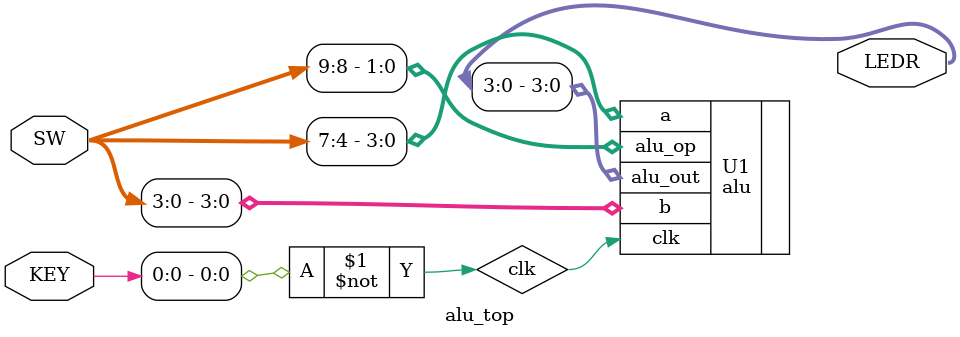
<source format=v>
module alu_top(SW, KEY, LEDR);
input [9:0] SW;
input [1:0] KEY;
output [9:0] LEDR;

wire clk;
not (clk, KEY[0]);

alu U1 (.clk(clk), .a(SW[7:4]), .b(SW[3:0]), .alu_op(SW[9:8]), .alu_out(LEDR[3:0]));

endmodule
</source>
